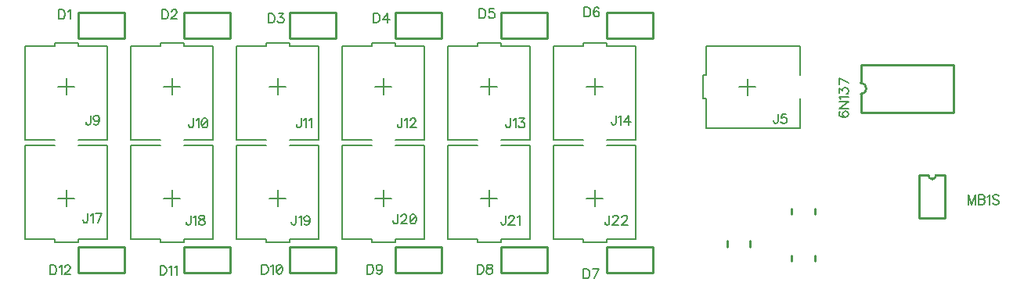
<source format=gto>
G04 DipTrace 3.0.0.2*
G04 magpie_midi01.GTO*
%MOIN*%
G04 #@! TF.FileFunction,Legend,Top*
G04 #@! TF.Part,Single*
%ADD10C,0.009843*%
%ADD29C,0.006*%
%ADD31C,0.005984*%
%ADD91C,0.006176*%
%FSLAX26Y26*%
G04*
G70*
G90*
G75*
G01*
G04 TopSilk*
%LPD*%
X3977150Y1326367D2*
D10*
X4370850D1*
Y1121633D2*
Y1326367D1*
X3977150Y1121633D2*
X4370850D1*
X3977150D2*
Y1200374D1*
Y1326367D2*
Y1247626D1*
Y1200374D2*
G03X3977150Y1247626I-4J23626D01*
G01*
X842425Y1438882D2*
X645575D1*
Y1549118D1*
X842425D1*
Y1438882D1*
X1292425D2*
X1095575D1*
Y1549118D1*
X1292425D1*
Y1438882D1*
X1742425D2*
X1545575D1*
Y1549118D1*
X1742425D1*
Y1438882D1*
X2192425D2*
X1995575D1*
Y1549118D1*
X2192425D1*
Y1438882D1*
X2642425D2*
X2445575D1*
Y1549118D1*
X2642425D1*
Y1438882D1*
X3092425D2*
X2895575D1*
Y1549118D1*
X3092425D1*
Y1438882D1*
Y438882D2*
X2895575D1*
Y549118D1*
X3092425D1*
Y438882D1*
X2642425D2*
X2445575D1*
Y549118D1*
X2642425D1*
Y438882D1*
X2192425D2*
X1995575D1*
Y549118D1*
X2192425D1*
Y438882D1*
X1742425D2*
X1545575D1*
Y549118D1*
X1742425D1*
Y438882D1*
X1292425D2*
X1095575D1*
Y549118D1*
X1292425D1*
Y438882D1*
X842425D2*
X645575D1*
Y549118D1*
X842425D1*
Y438882D1*
X3493880Y1196469D2*
D29*
Y1266506D1*
X3528827Y1231470D2*
X3458884Y1231505D1*
X3318997Y1281522D2*
X3318947Y1406476D1*
X3318997Y1181524D2*
Y1056499D1*
X3719006Y1181489D2*
Y1056534D1*
Y1281487D2*
Y1406511D1*
X3318947Y1406476D1*
X3318997Y1056499D2*
X3719006Y1056534D1*
X3318997Y1181524D2*
D31*
X3306523Y1181489D1*
Y1281487D1*
X3318997Y1281522D1*
X558969Y1231620D2*
D29*
X629006D1*
X593970Y1196673D2*
X594005Y1266616D1*
X644022Y1406503D2*
X768976Y1406553D1*
X544024Y1406503D2*
X418999D1*
X543989Y1006494D2*
X419034D1*
X643987D2*
X769011D1*
X768976Y1406553D1*
X418999Y1406503D2*
X419034Y1006494D1*
X544024Y1406503D2*
D31*
X543989Y1418977D1*
X643987D1*
X644022Y1406503D1*
X1008969Y1231620D2*
D29*
X1079006D1*
X1043970Y1196673D2*
X1044005Y1266616D1*
X1094022Y1406503D2*
X1218976Y1406553D1*
X994024Y1406503D2*
X868999D1*
X993989Y1006494D2*
X869034D1*
X1093987D2*
X1219011D1*
X1218976Y1406553D1*
X868999Y1406503D2*
X869034Y1006494D1*
X994024Y1406503D2*
D31*
X993989Y1418977D1*
X1093987D1*
X1094022Y1406503D1*
X1458969Y1231620D2*
D29*
X1529006D1*
X1493970Y1196673D2*
X1494005Y1266616D1*
X1544022Y1406503D2*
X1668976Y1406553D1*
X1444024Y1406503D2*
X1318999D1*
X1443989Y1006494D2*
X1319034D1*
X1543987D2*
X1669011D1*
X1668976Y1406553D1*
X1318999Y1406503D2*
X1319034Y1006494D1*
X1444024Y1406503D2*
D31*
X1443989Y1418977D1*
X1543987D1*
X1544022Y1406503D1*
X1908969Y1231620D2*
D29*
X1979006D1*
X1943970Y1196673D2*
X1944005Y1266616D1*
X1994022Y1406503D2*
X2118976Y1406553D1*
X1894024Y1406503D2*
X1768999D1*
X1893989Y1006494D2*
X1769034D1*
X1993987D2*
X2119011D1*
X2118976Y1406553D1*
X1768999Y1406503D2*
X1769034Y1006494D1*
X1894024Y1406503D2*
D31*
X1893989Y1418977D1*
X1993987D1*
X1994022Y1406503D1*
X2358969Y1231620D2*
D29*
X2429006D1*
X2393970Y1196673D2*
X2394005Y1266616D1*
X2444022Y1406503D2*
X2568976Y1406553D1*
X2344024Y1406503D2*
X2218999D1*
X2343989Y1006494D2*
X2219034D1*
X2443987D2*
X2569011D1*
X2568976Y1406553D1*
X2218999Y1406503D2*
X2219034Y1006494D1*
X2344024Y1406503D2*
D31*
X2343989Y1418977D1*
X2443987D1*
X2444022Y1406503D1*
X2808969Y1231620D2*
D29*
X2879006D1*
X2843970Y1196673D2*
X2844005Y1266616D1*
X2894022Y1406503D2*
X3018976Y1406553D1*
X2794024Y1406503D2*
X2668999D1*
X2793989Y1006494D2*
X2669034D1*
X2893987D2*
X3019011D1*
X3018976Y1406553D1*
X2668999Y1406503D2*
X2669034Y1006494D1*
X2794024Y1406503D2*
D31*
X2793989Y1418977D1*
X2893987D1*
X2894022Y1406503D1*
X629031Y756380D2*
D29*
X558994D1*
X594030Y791327D2*
X593995Y721384D1*
X543978Y581497D2*
X419024Y581447D1*
X643976Y581497D2*
X769001D1*
X644011Y981506D2*
X768966D1*
X544013D2*
X418989D1*
X419024Y581447D1*
X769001Y581497D2*
X768966Y981506D1*
X643976Y581497D2*
D31*
X644011Y569023D1*
X544013D1*
X543978Y581497D1*
X1079031Y756380D2*
D29*
X1008994D1*
X1044030Y791327D2*
X1043995Y721384D1*
X993978Y581497D2*
X869024Y581447D1*
X1093976Y581497D2*
X1219001D1*
X1094011Y981506D2*
X1218966D1*
X994013D2*
X868989D1*
X869024Y581447D1*
X1219001Y581497D2*
X1218966Y981506D1*
X1093976Y581497D2*
D31*
X1094011Y569023D1*
X994013D1*
X993978Y581497D1*
X1529031Y756380D2*
D29*
X1458994D1*
X1494030Y791327D2*
X1493995Y721384D1*
X1443978Y581497D2*
X1319024Y581447D1*
X1543976Y581497D2*
X1669001D1*
X1544011Y981506D2*
X1668966D1*
X1444013D2*
X1318989D1*
X1319024Y581447D1*
X1669001Y581497D2*
X1668966Y981506D1*
X1543976Y581497D2*
D31*
X1544011Y569023D1*
X1444013D1*
X1443978Y581497D1*
X1979031Y756380D2*
D29*
X1908994D1*
X1944030Y791327D2*
X1943995Y721384D1*
X1893978Y581497D2*
X1769024Y581447D1*
X1993976Y581497D2*
X2119001D1*
X1994011Y981506D2*
X2118966D1*
X1894013D2*
X1768989D1*
X1769024Y581447D1*
X2119001Y581497D2*
X2118966Y981506D1*
X1993976Y581497D2*
D31*
X1994011Y569023D1*
X1894013D1*
X1893978Y581497D1*
X2429031Y756380D2*
D29*
X2358994D1*
X2394030Y791327D2*
X2393995Y721384D1*
X2343978Y581497D2*
X2219024Y581447D1*
X2443976Y581497D2*
X2569001D1*
X2444011Y981506D2*
X2568966D1*
X2344013D2*
X2218989D1*
X2219024Y581447D1*
X2569001Y581497D2*
X2568966Y981506D1*
X2443976Y581497D2*
D31*
X2444011Y569023D1*
X2344013D1*
X2343978Y581497D1*
X2879031Y756380D2*
D29*
X2808994D1*
X2844030Y791327D2*
X2843995Y721384D1*
X2793978Y581497D2*
X2669024Y581447D1*
X2893976Y581497D2*
X3019001D1*
X2894011Y981506D2*
X3018966D1*
X2794013D2*
X2668989D1*
X2669024Y581447D1*
X3019001Y581497D2*
X3018966Y981506D1*
X2893976Y581497D2*
D31*
X2894011Y569023D1*
X2794013D1*
X2793978Y581497D1*
X3682283Y487339D2*
D10*
Y510898D1*
X3780717Y487339D2*
Y510898D1*
X3682283Y687339D2*
Y710898D1*
X3780717Y687339D2*
Y710898D1*
X3407283Y549839D2*
Y573398D1*
X3505717Y549839D2*
Y573398D1*
X4226272Y855273D2*
Y670226D1*
X4334551D1*
X4336513D2*
Y855273D1*
X4297150D1*
X4226272D2*
X4265635D1*
G03X4297150Y855273I15758J-1844D01*
G01*
X3889923Y1125612D2*
D91*
X3886120Y1123711D1*
X3884219Y1117963D1*
Y1114160D1*
X3886120Y1108412D1*
X3891868Y1104565D1*
X3901419Y1102664D1*
X3910969D1*
X3918619Y1104565D1*
X3922466Y1108412D1*
X3924367Y1114160D1*
Y1116061D1*
X3922466Y1121765D1*
X3918619Y1125612D1*
X3912871Y1127513D1*
X3910970D1*
X3905222Y1125612D1*
X3901419Y1121765D1*
X3899518Y1116062D1*
Y1114160D1*
X3901419Y1108412D1*
X3905221Y1104565D1*
X3910969Y1102664D1*
X3884175Y1166659D2*
X3924367D1*
X3884175Y1139865D1*
X3924367D1*
X3891868Y1179011D2*
X3889923Y1182857D1*
X3884219Y1188606D1*
X3924367Y1188605D1*
X3884219Y1204804D2*
Y1225806D1*
X3899518Y1214354D1*
Y1220102D1*
X3901419Y1223905D1*
X3903320Y1225806D1*
X3909068Y1227752D1*
X3912871D1*
X3918619Y1225806D1*
X3922466Y1222004D1*
X3924367Y1216255D1*
Y1210507D1*
X3922466Y1204804D1*
X3920520Y1202902D1*
X3916718Y1200957D1*
X3924367Y1247752D2*
X3884219Y1266898D1*
Y1240103D1*
X561985Y1560907D2*
Y1520715D1*
X575383D1*
X581131Y1522660D1*
X584977Y1526463D1*
X586879Y1530309D1*
X588780Y1536013D1*
Y1545608D1*
X586879Y1551356D1*
X584977Y1555159D1*
X581131Y1559005D1*
X575383Y1560907D1*
X561985D1*
X601131Y1553213D2*
X604978Y1555159D1*
X610726Y1560862D1*
Y1520715D1*
X1001128Y1560270D2*
Y1520078D1*
X1014525D1*
X1020273Y1522024D1*
X1024120Y1525826D1*
X1026021Y1529673D1*
X1027923Y1535377D1*
Y1544971D1*
X1026021Y1550719D1*
X1024120Y1554522D1*
X1020273Y1558369D1*
X1014525Y1560270D1*
X1001128D1*
X1042220Y1550675D2*
Y1552577D1*
X1044121Y1556423D1*
X1046022Y1558325D1*
X1049869Y1560226D1*
X1057518D1*
X1061321Y1558325D1*
X1063222Y1556423D1*
X1065168Y1552577D1*
Y1548774D1*
X1063222Y1544927D1*
X1059419Y1539223D1*
X1040274Y1520078D1*
X1067069D1*
X1454562Y1543632D2*
Y1503440D1*
X1467960D1*
X1473708Y1505386D1*
X1477555Y1509188D1*
X1479456Y1513035D1*
X1481357Y1518739D1*
Y1528334D1*
X1479456Y1534082D1*
X1477555Y1537884D1*
X1473708Y1541731D1*
X1467960Y1543632D1*
X1454562D1*
X1497555Y1543588D2*
X1518558D1*
X1507106Y1528289D1*
X1512854D1*
X1516656Y1526388D1*
X1518558Y1524487D1*
X1520503Y1518739D1*
Y1514936D1*
X1518558Y1509188D1*
X1514755Y1505342D1*
X1509007Y1503440D1*
X1503259D1*
X1497555Y1505342D1*
X1495654Y1507287D1*
X1493709Y1511090D1*
X1902957Y1545462D2*
Y1505270D1*
X1916354D1*
X1922102Y1507215D1*
X1925949Y1511018D1*
X1927850Y1514864D1*
X1929752Y1520568D1*
Y1530163D1*
X1927850Y1535911D1*
X1925949Y1539714D1*
X1922102Y1543560D1*
X1916354Y1545462D1*
X1902957D1*
X1961248Y1505270D2*
Y1545417D1*
X1942103Y1518667D1*
X1970799D1*
X2353156Y1564048D2*
Y1523856D1*
X2366553D1*
X2372301Y1525802D1*
X2376148Y1529604D1*
X2378049Y1533451D1*
X2379950Y1539155D1*
Y1548750D1*
X2378049Y1554498D1*
X2376148Y1558300D1*
X2372301Y1562147D1*
X2366553Y1564048D1*
X2353156D1*
X2415250Y1564004D2*
X2396148D1*
X2394247Y1546804D1*
X2396148Y1548705D1*
X2401896Y1550651D1*
X2407600D1*
X2413348Y1548705D1*
X2417195Y1544903D1*
X2419096Y1539155D1*
Y1535352D1*
X2417195Y1529604D1*
X2413348Y1525758D1*
X2407600Y1523856D1*
X2401896D1*
X2396148Y1525758D1*
X2394247Y1527703D1*
X2392302Y1531506D1*
X2799502Y1570197D2*
Y1530005D1*
X2812900D1*
X2818648Y1531950D1*
X2822495Y1535753D1*
X2824396Y1539599D1*
X2826297Y1545303D1*
Y1554898D1*
X2824396Y1560646D1*
X2822495Y1564449D1*
X2818648Y1568295D1*
X2812900Y1570197D1*
X2799502D1*
X2861596Y1564449D2*
X2859695Y1568251D1*
X2853947Y1570152D1*
X2850145D1*
X2844396Y1568251D1*
X2840550Y1562503D1*
X2838648Y1552952D1*
Y1543402D1*
X2840550Y1535753D1*
X2844396Y1531906D1*
X2850145Y1530005D1*
X2852046D1*
X2857750Y1531906D1*
X2861596Y1535753D1*
X2863498Y1541501D1*
Y1543402D1*
X2861596Y1549150D1*
X2857750Y1552952D1*
X2852046Y1554854D1*
X2850145D1*
X2844396Y1552952D1*
X2840550Y1549150D1*
X2838648Y1543402D1*
X2796056Y453977D2*
Y413785D1*
X2809453D1*
X2815201Y415731D1*
X2819048Y419533D1*
X2820949Y423380D1*
X2822851Y429084D1*
Y438679D1*
X2820949Y444427D1*
X2819048Y448229D1*
X2815201Y452076D1*
X2809453Y453977D1*
X2796056D1*
X2842851Y413785D2*
X2861997Y453933D1*
X2835202D1*
X2344133Y473068D2*
Y432876D1*
X2357530D1*
X2363278Y434821D1*
X2367125Y438624D1*
X2369027Y442471D1*
X2370928Y448175D1*
Y457769D1*
X2369027Y463517D1*
X2367125Y467320D1*
X2363278Y471167D1*
X2357530Y473068D1*
X2344133D1*
X2392830Y473024D2*
X2387126Y471122D1*
X2385180Y467320D1*
Y463473D1*
X2387126Y459671D1*
X2390928Y457725D1*
X2398578Y455824D1*
X2404326Y453923D1*
X2408128Y450076D1*
X2410030Y446273D1*
Y440525D1*
X2408128Y436723D1*
X2406227Y434777D1*
X2400479Y432876D1*
X2392830D1*
X2387126Y434777D1*
X2385180Y436723D1*
X2383279Y440525D1*
Y446273D1*
X2385180Y450076D1*
X2389027Y453923D1*
X2394731Y455824D1*
X2402380Y457725D1*
X2406227Y459671D1*
X2408128Y463473D1*
Y467320D1*
X2406227Y471122D1*
X2400479Y473024D1*
X2392830D1*
X1875150Y472603D2*
Y432411D1*
X1888547D1*
X1894295Y434357D1*
X1898142Y438159D1*
X1900043Y442006D1*
X1901944Y447710D1*
Y457305D1*
X1900043Y463053D1*
X1898142Y466855D1*
X1894295Y470702D1*
X1888547Y472603D1*
X1875150D1*
X1939189Y459206D2*
X1937244Y453458D1*
X1933441Y449611D1*
X1927693Y447710D1*
X1925792D1*
X1920044Y449611D1*
X1916241Y453458D1*
X1914296Y459206D1*
Y461107D1*
X1916241Y466855D1*
X1920044Y470658D1*
X1925792Y472559D1*
X1927693D1*
X1933441Y470658D1*
X1937244Y466855D1*
X1939189Y459206D1*
Y449611D1*
X1937244Y440061D1*
X1933441Y434313D1*
X1927693Y432411D1*
X1923890D1*
X1918142Y434313D1*
X1916241Y438159D1*
X1427034Y472690D2*
Y432498D1*
X1440432D1*
X1446180Y434443D1*
X1450026Y438246D1*
X1451928Y442093D1*
X1453829Y447797D1*
Y457391D1*
X1451928Y463139D1*
X1450026Y466942D1*
X1446180Y470789D1*
X1440432Y472690D1*
X1427034D1*
X1466180Y464996D2*
X1470027Y466942D1*
X1475775Y472646D1*
Y432498D1*
X1499623Y472646D2*
X1493875Y470745D1*
X1490028Y464996D1*
X1488126Y455446D1*
Y449698D1*
X1490028Y440147D1*
X1493875Y434399D1*
X1499623Y432498D1*
X1503425D1*
X1509173Y434399D1*
X1512976Y440147D1*
X1514921Y449698D1*
Y455446D1*
X1512976Y464996D1*
X1509173Y470745D1*
X1503425Y472646D1*
X1499623D1*
X1512976Y464996D2*
X1490028Y440147D1*
X994037Y468336D2*
Y428144D1*
X1007434D1*
X1013182Y430089D1*
X1017029Y433892D1*
X1018930Y437738D1*
X1020832Y443442D1*
Y453037D1*
X1018930Y458785D1*
X1017029Y462588D1*
X1013182Y466434D1*
X1007434Y468336D1*
X994037D1*
X1033183Y460642D2*
X1037030Y462588D1*
X1042778Y468291D1*
Y428144D1*
X1055129Y460642D2*
X1058976Y462588D1*
X1064724Y468291D1*
Y428144D1*
X525095Y470204D2*
Y430012D1*
X538492D1*
X544240Y431958D1*
X548087Y435760D1*
X549988Y439607D1*
X551889Y445311D1*
Y454906D1*
X549988Y460654D1*
X548087Y464456D1*
X544240Y468303D1*
X538492Y470204D1*
X525095D1*
X564241Y462511D2*
X568087Y464456D1*
X573835Y470160D1*
Y430012D1*
X588132Y460610D2*
Y462511D1*
X590034Y466358D1*
X591935Y468259D1*
X595782Y470160D1*
X603431D1*
X607233Y468259D1*
X609135Y466358D1*
X611080Y462511D1*
Y458708D1*
X609135Y454862D1*
X605332Y449158D1*
X586187Y430012D1*
X612982D1*
X3624501Y1115090D2*
Y1084492D1*
X3622600Y1078744D1*
X3620654Y1076843D1*
X3616852Y1074898D1*
X3613005D1*
X3609202Y1076843D1*
X3607301Y1078744D1*
X3605356Y1084492D1*
Y1088295D1*
X3659800Y1115045D2*
X3640699D1*
X3638798Y1097846D1*
X3640699Y1099747D1*
X3646447Y1101692D1*
X3652151D1*
X3657899Y1099747D1*
X3661746Y1095944D1*
X3663647Y1090196D1*
Y1086394D1*
X3661746Y1080646D1*
X3657899Y1076799D1*
X3652151Y1074898D1*
X3646447D1*
X3640699Y1076799D1*
X3638798Y1078744D1*
X3636852Y1082547D1*
X697456Y1109577D2*
Y1078980D1*
X695554Y1073232D1*
X693609Y1071331D1*
X689806Y1069385D1*
X685959D1*
X682157Y1071331D1*
X680256Y1073232D1*
X678310Y1078980D1*
Y1082782D1*
X734700Y1096180D2*
X732755Y1090432D1*
X728952Y1086585D1*
X723204Y1084684D1*
X721303D1*
X715555Y1086585D1*
X711752Y1090432D1*
X709807Y1096180D1*
Y1098081D1*
X711752Y1103829D1*
X715555Y1107632D1*
X721303Y1109533D1*
X723204D1*
X728952Y1107632D1*
X732755Y1103829D1*
X734700Y1096180D1*
Y1086585D1*
X732755Y1077034D1*
X728952Y1071286D1*
X723204Y1069385D1*
X719402D1*
X713654Y1071286D1*
X711752Y1075133D1*
X1135532Y1097077D2*
Y1066480D1*
X1133631Y1060732D1*
X1131685Y1058831D1*
X1127883Y1056885D1*
X1124036D1*
X1120233Y1058831D1*
X1118332Y1060732D1*
X1116386Y1066480D1*
Y1070282D1*
X1147883Y1089384D2*
X1151730Y1091329D1*
X1157478Y1097033D1*
Y1056885D1*
X1181325Y1097033D2*
X1175577Y1095132D1*
X1171731Y1089384D1*
X1169829Y1079833D1*
Y1074085D1*
X1171731Y1064534D1*
X1175577Y1058786D1*
X1181325Y1056885D1*
X1185128D1*
X1190876Y1058786D1*
X1194679Y1064534D1*
X1196624Y1074085D1*
Y1079833D1*
X1194679Y1089384D1*
X1190876Y1095132D1*
X1185128Y1097033D1*
X1181325D1*
X1194679Y1089384D2*
X1171731Y1064534D1*
X1594132Y1097077D2*
Y1066480D1*
X1592230Y1060732D1*
X1590285Y1058831D1*
X1586482Y1056885D1*
X1582636D1*
X1578833Y1058831D1*
X1576932Y1060732D1*
X1574986Y1066480D1*
Y1070282D1*
X1606483Y1089384D2*
X1610330Y1091329D1*
X1616078Y1097033D1*
Y1056885D1*
X1628429Y1089384D2*
X1632276Y1091329D1*
X1638024Y1097033D1*
Y1056885D1*
X2023032Y1097077D2*
Y1066480D1*
X2021131Y1060732D1*
X2019185Y1058831D1*
X2015383Y1056885D1*
X2011536D1*
X2007733Y1058831D1*
X2005832Y1060732D1*
X2003886Y1066480D1*
Y1070282D1*
X2035383Y1089384D2*
X2039230Y1091329D1*
X2044978Y1097033D1*
Y1056885D1*
X2059275Y1087482D2*
Y1089384D1*
X2061176Y1093230D1*
X2063077Y1095132D1*
X2066924Y1097033D1*
X2074573D1*
X2078376Y1095132D1*
X2080277Y1093230D1*
X2082223Y1089384D1*
Y1085581D1*
X2080277Y1081734D1*
X2076475Y1076031D1*
X2057329Y1056885D1*
X2084124D1*
X2485532Y1097077D2*
Y1066480D1*
X2483631Y1060732D1*
X2481685Y1058831D1*
X2477883Y1056885D1*
X2474036D1*
X2470233Y1058831D1*
X2468332Y1060732D1*
X2466386Y1066480D1*
Y1070282D1*
X2497883Y1089384D2*
X2501730Y1091329D1*
X2507478Y1097033D1*
Y1056885D1*
X2523676Y1097033D2*
X2544679D1*
X2533227Y1081734D1*
X2538975D1*
X2542777Y1079833D1*
X2544679Y1077932D1*
X2546624Y1072184D1*
Y1068381D1*
X2544679Y1062633D1*
X2540876Y1058786D1*
X2535128Y1056885D1*
X2529380D1*
X2523676Y1058786D1*
X2521775Y1060732D1*
X2519829Y1064534D1*
X2934581Y1109577D2*
Y1078980D1*
X2932680Y1073232D1*
X2930734Y1071331D1*
X2926932Y1069385D1*
X2923085D1*
X2919283Y1071331D1*
X2917381Y1073232D1*
X2915436Y1078980D1*
Y1082782D1*
X2946933Y1101884D2*
X2950779Y1103829D1*
X2956527Y1109533D1*
Y1069385D1*
X2988024D2*
Y1109533D1*
X2968879Y1082782D1*
X2997575D1*
X685521Y690580D2*
Y659983D1*
X683620Y654235D1*
X681675Y652333D1*
X677872Y650388D1*
X674025D1*
X670223Y652333D1*
X668321Y654235D1*
X666376Y659983D1*
Y663785D1*
X697873Y682886D2*
X701719Y684832D1*
X707467Y690536D1*
Y650388D1*
X727468D2*
X746614Y690536D1*
X719819D1*
X1123870Y682229D2*
Y651632D1*
X1121969Y645884D1*
X1120023Y643983D1*
X1116221Y642037D1*
X1112374D1*
X1108572Y643983D1*
X1106670Y645884D1*
X1104725Y651632D1*
Y655435D1*
X1136222Y674536D2*
X1140068Y676481D1*
X1145816Y682185D1*
Y642037D1*
X1167718Y682185D2*
X1162015Y680284D1*
X1160069Y676481D1*
Y672635D1*
X1162015Y668832D1*
X1165817Y666887D1*
X1173466Y664985D1*
X1179214Y663084D1*
X1183017Y659237D1*
X1184918Y655435D1*
Y649687D1*
X1183017Y645884D1*
X1181116Y643939D1*
X1175368Y642037D1*
X1167718D1*
X1162015Y643939D1*
X1160069Y645884D1*
X1158168Y649687D1*
Y655435D1*
X1160069Y659237D1*
X1163916Y663084D1*
X1169620Y664985D1*
X1177269Y666887D1*
X1181116Y668832D1*
X1183017Y672635D1*
Y676481D1*
X1181116Y680284D1*
X1175368Y682185D1*
X1167718D1*
X1572204Y681682D2*
Y651085D1*
X1570303Y645337D1*
X1568357Y643436D1*
X1564555Y641490D1*
X1560708D1*
X1556906Y643436D1*
X1555004Y645337D1*
X1553059Y651085D1*
Y654887D1*
X1584556Y673989D2*
X1588402Y675934D1*
X1594150Y681638D1*
Y641490D1*
X1631395Y668285D2*
X1629450Y662537D1*
X1625647Y658690D1*
X1619899Y656789D1*
X1617998D1*
X1612250Y658690D1*
X1608447Y662537D1*
X1606502Y668285D1*
Y670186D1*
X1608447Y675934D1*
X1612250Y679737D1*
X1617998Y681638D1*
X1619899D1*
X1625647Y679737D1*
X1629450Y675934D1*
X1631395Y668285D1*
Y658690D1*
X1629450Y649139D1*
X1625647Y643391D1*
X1619899Y641490D1*
X1616097D1*
X1610349Y643391D1*
X1608447Y647238D1*
X2005721Y687029D2*
Y656431D1*
X2003819Y650683D1*
X2001874Y648782D1*
X1998071Y646837D1*
X1994225D1*
X1990422Y648782D1*
X1988521Y650683D1*
X1986575Y656431D1*
Y660234D1*
X2020017Y677434D2*
Y679335D1*
X2021919Y683182D1*
X2023820Y685083D1*
X2027667Y686984D1*
X2035316D1*
X2039119Y685083D1*
X2041020Y683182D1*
X2042965Y679335D1*
Y675533D1*
X2041020Y671686D1*
X2037217Y665982D1*
X2018072Y646837D1*
X2044867D1*
X2068714Y686984D2*
X2062966Y685083D1*
X2059119Y679335D1*
X2057218Y669784D1*
Y664036D1*
X2059119Y654486D1*
X2062966Y648738D1*
X2068714Y646837D1*
X2072517D1*
X2078265Y648738D1*
X2082067Y654486D1*
X2084013Y664036D1*
Y669784D1*
X2082067Y679335D1*
X2078265Y685083D1*
X2072517Y686984D1*
X2068714D1*
X2082067Y679335D2*
X2059119Y654486D1*
X2464734Y682756D2*
Y652158D1*
X2462833Y646410D1*
X2460887Y644509D1*
X2457085Y642564D1*
X2453238D1*
X2449435Y644509D1*
X2447534Y646410D1*
X2445589Y652158D1*
Y655961D1*
X2479031Y673161D2*
Y675062D1*
X2480932Y678909D1*
X2482833Y680810D1*
X2486680Y682711D1*
X2494329D1*
X2498132Y680810D1*
X2500033Y678909D1*
X2501979Y675062D1*
Y671260D1*
X2500033Y667413D1*
X2496231Y661709D1*
X2477085Y642564D1*
X2503880D1*
X2516231Y675062D2*
X2520078Y677008D1*
X2525826Y682711D1*
Y642564D1*
X2906635Y682907D2*
Y652309D1*
X2904734Y646561D1*
X2902789Y644660D1*
X2898986Y642715D1*
X2895139D1*
X2891337Y644660D1*
X2889435Y646561D1*
X2887490Y652309D1*
Y656112D1*
X2920932Y673312D2*
Y675213D1*
X2922833Y679060D1*
X2924735Y680961D1*
X2928581Y682862D1*
X2936231D1*
X2940033Y680961D1*
X2941935Y679060D1*
X2943880Y675213D1*
Y671410D1*
X2941935Y667564D1*
X2938132Y661860D1*
X2918987Y642715D1*
X2945781D1*
X2960078Y673312D2*
Y675213D1*
X2961980Y679060D1*
X2963881Y680961D1*
X2967728Y682862D1*
X2975377D1*
X2979179Y680961D1*
X2981081Y679060D1*
X2983026Y675213D1*
Y671410D1*
X2981081Y667564D1*
X2977278Y661860D1*
X2958133Y642715D1*
X2984927D1*
X4465321Y729910D2*
Y770102D1*
X4450023Y729910D1*
X4434724Y770102D1*
Y729910D1*
X4477673Y770102D2*
Y729910D1*
X4494917D1*
X4500665Y731856D1*
X4502566Y733757D1*
X4504467Y737559D1*
Y743307D1*
X4502566Y747154D1*
X4500665Y749055D1*
X4494917Y750957D1*
X4500665Y752902D1*
X4502566Y754803D1*
X4504467Y758606D1*
Y762453D1*
X4502566Y766255D1*
X4500665Y768201D1*
X4494917Y770102D1*
X4477673D1*
Y750957D2*
X4494917D1*
X4516819Y762409D2*
X4520665Y764354D1*
X4526413Y770058D1*
Y729910D1*
X4565560Y764354D2*
X4561757Y768201D1*
X4556009Y770102D1*
X4548360D1*
X4542612Y768201D1*
X4538765Y764354D1*
Y760552D1*
X4540710Y756705D1*
X4542612Y754803D1*
X4546414Y752902D1*
X4557910Y749055D1*
X4561757Y747154D1*
X4563658Y745209D1*
X4565560Y741406D1*
Y735658D1*
X4561757Y731856D1*
X4556009Y729910D1*
X4548360D1*
X4542612Y731856D1*
X4538765Y735658D1*
M02*

</source>
